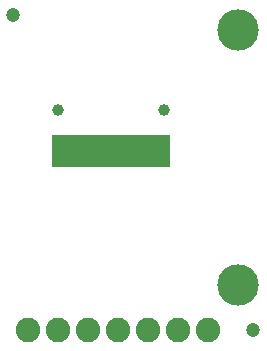
<source format=gbs>
G75*
%MOIN*%
%OFA0B0*%
%FSLAX25Y25*%
%IPPOS*%
%LPD*%
%AMOC8*
5,1,8,0,0,1.08239X$1,22.5*
%
%ADD10C,0.08200*%
%ADD11R,0.01981X0.10643*%
%ADD12C,0.03950*%
%ADD13C,0.13800*%
%ADD14C,0.04737*%
D10*
X0138333Y0065000D03*
X0148333Y0065000D03*
X0158333Y0065000D03*
X0168333Y0065000D03*
X0178333Y0065000D03*
X0188333Y0065000D03*
X0198333Y0065000D03*
D11*
X0184534Y0124921D03*
X0182566Y0124921D03*
X0180597Y0124921D03*
X0178629Y0124921D03*
X0176660Y0124921D03*
X0174692Y0124921D03*
X0172723Y0124921D03*
X0170755Y0124921D03*
X0168786Y0124921D03*
X0166818Y0124921D03*
X0164849Y0124921D03*
X0162881Y0124921D03*
X0160912Y0124921D03*
X0158944Y0124921D03*
X0156975Y0124921D03*
X0155007Y0124921D03*
X0153038Y0124921D03*
X0151070Y0124921D03*
X0149101Y0124921D03*
X0147133Y0124921D03*
D12*
X0148314Y0138504D03*
X0183353Y0138504D03*
D13*
X0208333Y0165000D03*
X0208333Y0080000D03*
D14*
X0213333Y0065000D03*
X0133333Y0170000D03*
M02*

</source>
